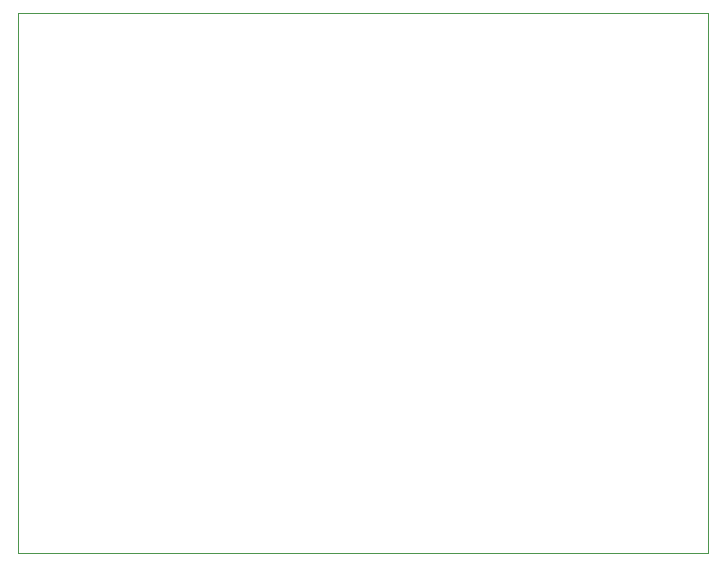
<source format=gbr>
G04 #@! TF.GenerationSoftware,KiCad,Pcbnew,(5.1.4)-1*
G04 #@! TF.CreationDate,2019-12-04T08:55:51-06:00*
G04 #@! TF.ProjectId,motor_control,6d6f746f-725f-4636-9f6e-74726f6c2e6b,rev?*
G04 #@! TF.SameCoordinates,Original*
G04 #@! TF.FileFunction,Profile,NP*
%FSLAX46Y46*%
G04 Gerber Fmt 4.6, Leading zero omitted, Abs format (unit mm)*
G04 Created by KiCad (PCBNEW (5.1.4)-1) date 2019-12-04 08:55:51*
%MOMM*%
%LPD*%
G04 APERTURE LIST*
%ADD10C,0.050000*%
G04 APERTURE END LIST*
D10*
X124460000Y-119380000D02*
X124460000Y-73660000D01*
X182880000Y-119380000D02*
X124460000Y-119380000D01*
X182880000Y-73660000D02*
X182880000Y-119380000D01*
X124460000Y-73660000D02*
X182880000Y-73660000D01*
M02*

</source>
